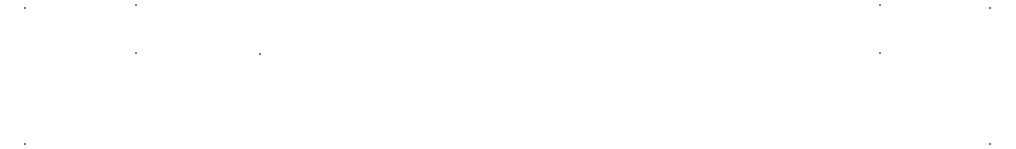
<source format=gbs>
G04 Layer_Color=8150272*
%FSLAX25Y25*%
%MOIN*%
G70*
G01*
G75*
%ADD11C,0.01194*%
%ADD12C,0.00800*%
D11*
X149606Y158701D02*
D03*
Y142717D02*
D03*
X397638D02*
D03*
Y158701D02*
D03*
D12*
X434449Y157480D02*
D03*
Y112205D02*
D03*
X190945Y142323D02*
D03*
X112795Y112205D02*
D03*
Y157480D02*
D03*
M02*

</source>
